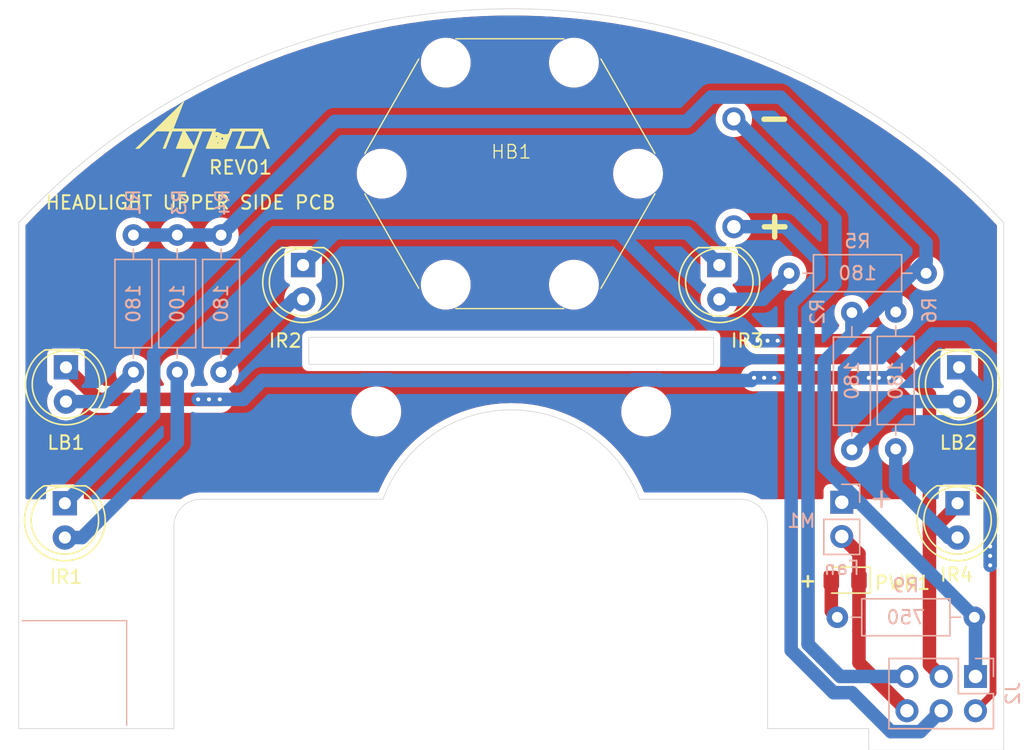
<source format=kicad_pcb>
(kicad_pcb (version 20241229) (generator "pcbnew") (generator_version "9.0")
  (title_block (title "headlight_upper_side") (rev "01"))
  (layers (0 "F.Cu" signal) (2 "B.Cu" signal) (13 "F.Paste" user) (15 "B.Paste" user) (5 "F.SilkS" user "F.Silkscreen") (7 "B.SilkS" user "B.Silkscreen") (1 "F.Mask" user) (3 "B.Mask" user) (25 "Edge.Cuts" user))
  (net 0 "")
  (net 1 "HB_K")
  (net 2 "HB_A")
  (net 3 "GND")
  (net 4 "IR")
  (net 5 "Net-(IR1-A)")
  (net 6 "Net-(IR2-A)")
  (net 7 "Net-(IR3-A)")
  (net 8 "Net-(IR4-A)")
  (net 9 "+5.1V")
  (net 10 "LB")
  (net 11 "Net-(LB1-A)")
  (net 12 "Net-(LB2-A)")
  (net 13 "Net-(PWR1-A)")
  (footprint "LED_THT:LED_D5.0mm" (layer "F.Cu") (at 94.830233 59.299432 -90)
    (property "Reference" "IR4" (at 5.300567 0.080234 180) (layer "F.SilkS"))
    (property "Value" "~")
    (fp_line (start -1.29 -1.545) (end -1.29 1.545) (stroke (width 0.12)) (layer "F.SilkS"))
    (fp_arc (start 4.26 0.000048) (mid 2.071756 2.880501) (end -1.29 1.54483) (stroke (width 0.12)) (layer "F.SilkS"))
    (fp_arc (start -1.29 -1.54483) (mid 2.071756 -2.880501) (end 4.26 -0.000048) (stroke (width 0.12)) (layer "F.SilkS"))
    (fp_circle (center 1.27 0) (end 3.77 0) (stroke (width 0.12)) (fill no) (layer "F.SilkS"))
    (pad "1" thru_hole rect (at 0 0 270) (size 1.8 1.8) (drill 0.9) (layers "*.Cu" "*.Mask") (net 4 "IR"))
    (pad "2" thru_hole circle (at 2.54 0 270) (size 1.8 1.8) (drill 0.9) (layers "*.Cu" "*.Mask") (net 8 "Net-(IR4-A)"))
  )
  (footprint "MountingHole:MountingHole_3.2mm_M3" (layer "F.Cu") (at 71.749999 52.499999)
    (property "Reference" "H3" (hide yes))
    (property "Value" "MountingHole")
    (pad "" np_thru_hole circle (at 0 0) (size 3.2 3.2) (drill 3.2) (layers "*.Cu" "*.Mask"))
  )
  (footprint "LED_THT:LED_D5.0mm" (layer "F.Cu") (at 28.749999 49.224999 -90)
    (property "Reference" "LB1" (at 5.584398 0 180) (layer "F.SilkS"))
    (property "Value" "~")
    (fp_line (start -1.29 -1.545) (end -1.29 1.545) (stroke (width 0.12)) (layer "F.SilkS"))
    (fp_arc (start 4.26 0.000048) (mid 2.071756 2.880501) (end -1.29 1.54483) (stroke (width 0.12)) (layer "F.SilkS"))
    (fp_arc (start -1.29 -1.54483) (mid 2.071756 -2.880501) (end 4.26 -0.000048) (stroke (width 0.12)) (layer "F.SilkS"))
    (fp_circle (center 1.27 0) (end 3.77 0) (stroke (width 0.12)) (fill no) (layer "F.SilkS"))
    (pad "1" thru_hole rect (at 0 0 270) (size 1.8 1.8) (drill 0.9) (layers "*.Cu" "*.Mask") (net 10 "LB"))
    (pad "2" thru_hole circle (at 2.54 0 270) (size 1.8 1.8) (drill 0.9) (layers "*.Cu" "*.Mask") (net 11 "Net-(LB1-A)"))
  )
  (footprint "LED_THT:LED_D5.0mm" (layer "F.Cu") (at 28.669765 59.299432 -90)
    (property "Reference" "IR1" (at 5.450567 -0.080234 180) (layer "F.SilkS"))
    (property "Value" "~")
    (fp_line (start -1.29 -1.545) (end -1.29 1.545) (stroke (width 0.12)) (layer "F.SilkS"))
    (fp_arc (start 4.26 0.000048) (mid 2.071756 2.880501) (end -1.29 1.54483) (stroke (width 0.12)) (layer "F.SilkS"))
    (fp_arc (start -1.29 -1.54483) (mid 2.071756 -2.880501) (end 4.26 -0.000048) (stroke (width 0.12)) (layer "F.SilkS"))
    (fp_circle (center 1.27 0) (end 3.77 0) (stroke (width 0.12)) (fill no) (layer "F.SilkS"))
    (pad "1" thru_hole rect (at 0 0 270) (size 1.8 1.8) (drill 0.9) (layers "*.Cu" "*.Mask") (net 4 "IR"))
    (pad "2" thru_hole circle (at 2.54 0 270) (size 1.8 1.8) (drill 0.9) (layers "*.Cu" "*.Mask") (net 5 "Net-(IR1-A)"))
  )
  (footprint "MountingHole:MountingHole_3.2mm_M3" (layer "F.Cu") (at 29.249999 71.999999)
    (property "Reference" "H1" (hide yes))
    (property "Value" "MountingHole")
    (pad "" np_thru_hole circle (at 0 0) (size 3.2 3.2) (drill 3.2) (layers "*.Cu" "*.Mask"))
  )
  (footprint "LED_THT:LED_D5.0mm" (layer "F.Cu") (at 94.949999 49.224999 -90)
    (property "Reference" "LB2" (at 5.584398 0.059398 180) (layer "F.SilkS"))
    (property "Value" "~")
    (fp_line (start -1.29 -1.545) (end -1.29 1.545) (stroke (width 0.12)) (layer "F.SilkS"))
    (fp_arc (start 4.26 0.000048) (mid 2.071756 2.880501) (end -1.29 1.54483) (stroke (width 0.12)) (layer "F.SilkS"))
    (fp_arc (start -1.29 -1.54483) (mid 2.071756 -2.880501) (end 4.26 -0.000048) (stroke (width 0.12)) (layer "F.SilkS"))
    (fp_circle (center 1.27 0) (end 3.77 0) (stroke (width 0.12)) (fill no) (layer "F.SilkS"))
    (pad "1" thru_hole rect (at 0 0 270) (size 1.8 1.8) (drill 0.9) (layers "*.Cu" "*.Mask") (net 10 "LB"))
    (pad "2" thru_hole circle (at 2.54 0 270) (size 1.8 1.8) (drill 0.9) (layers "*.Cu" "*.Mask") (net 12 "Net-(LB2-A)"))
  )
  (footprint "LED_SMD:LED_0805_2012Metric_Pad1.15x1.40mm_HandSolder" (layer "F.Cu") (at 86.499999 64.999999 180)
    (property "Reference" "PWR1" (at -4.25 -0.2 0) (layer "F.SilkS"))
    (property "Value" "BLUE")
    (fp_line (start 1 -0.96) (end -1.86 -0.96) (stroke (width 0.12)) (layer "F.SilkS"))
    (fp_line (start -1.86 0.96) (end 1 0.96) (stroke (width 0.12)) (layer "F.SilkS"))
    (fp_line (start -1.86 -0.96) (end -1.86 0.96) (stroke (width 0.12)) (layer "F.SilkS"))
    (pad "1" smd roundrect (at -1.025 0 180) (size 1.15 1.4) (layers "F.Cu" "F.Mask" "F.Paste") (roundrect_rratio 0.217391) (net 3 "GND"))
    (pad "2" smd roundrect (at 1.025 0 180) (size 1.15 1.4) (layers "F.Cu" "F.Mask" "F.Paste") (roundrect_rratio 0.217391) (net 13 "Net-(PWR1-A)"))
  )
  (footprint "specific_library:aqua_rogo" (layer "F.Cu") (at 38.749999 32.249999)
    (property "Reference" "G***" (hide yes))
    (property "Value" "LOGO" (hide yes))
    (fp_poly (pts (xy -1.227114 -2.768369) (xy -1.236997 -2.74129) (xy -1.253263 -2.69798) (xy -1.27545 -2.639639) (xy -1.303095 -2.567463) (xy -1.335737 -2.482651) (xy -1.372914 -2.3864) (xy -1.414163 -2.27991) (xy -1.459023 -2.164376) (xy -1.507031 -2.040998) (xy -1.557726 -1.910973) (xy -1.610644 -1.7755) (xy -1.618788 -1.754674) (xy -1.67202 -1.618406) (xy -1.723097 -1.48735) (xy -1.771555 -1.362708) (xy -1.816932 -1.245684) (xy -1.858767 -1.137482) (xy -1.896595 -1.039304) (xy -1.929955 -0.952354) (xy -1.958383 -0.877835) (xy -1.981419 -0.816951) (xy -1.998598 -0.770904) (xy -2.009458 -0.740898) (xy -2.013537 -0.728136) (xy -2.013537 -0.727787) (xy -2.003268 -0.72695) (xy -1.97406 -0.72614) (xy -1.926982 -0.725361) (xy -1.863105 -0.724618) (xy -1.783496 -0.723916) (xy -1.689226 -0.723261) (xy -1.581364 -0.722658) (xy -1.460978 -0.722111) (xy -1.329139 -0.721626) (xy -1.186915 -0.721207) (xy -1.035376 -0.72086) (xy -0.87559 -0.72059) (xy -0.708628 -0.720402) (xy -0.535558 -0.720301) (xy -0.42958 -0.720284) (xy -0.25344 -0.720235) (xy -0.082813 -0.72009) (xy 0.081237 -0.719856) (xy 0.237643 -0.719537) (xy 0.38534 -0.719139) (xy 0.523263 -0.718668) (xy 0.650345 -0.718128) (xy 0.765521 -0.717525) (xy 0.867724 -0.716864) (xy 0.955891 -0.716151) (xy 1.028954 -0.715391) (xy 1.085847 -0.714589) (xy 1.125506 -0.713751) (xy 1.146865 -0.712883) (xy 1.150452 -0.712347) (xy 1.146915 -0.70047) (xy 1.13728 -0.673981) (xy 1.123017 -0.636789) (xy 1.105592 -0.592806) (xy 1.105435 -0.592414) (xy 1.087994 -0.548426) (xy 1.0737 -0.511235) (xy 1.064019 -0.484738) (xy 1.060417 -0.472832) (xy 1.060417 -0.472801) (xy 1.069723 -0.469606) (xy 1.094852 -0.466995) (xy 1.131622 -0.465293) (xy 1.162957 -0.464815) (xy 1.265498 -0.464446) (xy 1.390547 -0.402559) (xy 1.478714 -0.361764) (xy 1.556764 -0.332553) (xy 1.629934 -0.313683) (xy 1.703463 -0.303912) (xy 1.782589 -0.301996) (xy 1.810712 -0.302871) (xy 1.890188 -0.308697) (xy 1.951473 -0.318774) (xy 1.980779 -0.327183) (xy 2.035801 -0.346625) (xy 2.109977 -0.533454) (xy 2.184154 -0.720284) (xy 3.404057 -0.720284) (xy 3.585813 -0.720274) (xy 3.748597 -0.720232) (xy 3.893442 -0.720144) (xy 4.021385 -0.719994) (xy 4.133459 -0.719769) (xy 4.2307 -0.719453) (xy 4.314144 -0.719031) (xy 4.384823 -0.718488) (xy 4.443775 -0.71781) (xy 4.492034 -0.71698) (xy 4.530634 -0.715985) (xy 4.56061 -0.71481) (xy 4.582998 -0.713438) (xy 4.598833 -0.711857) (xy 4.609149 -0.71005) (xy 4.614981 -0.708003) (xy 4.617365 -0.7057) (xy 4.617335 -0.703127) (xy 4.61721 -0.702777) (xy 4.61046 -0.68193) (xy 4.602257 -0.652385) (xy 4.600435 -0.645255) (xy 4.598772 -0.63706) (xy 4.59817 -0.627839) (xy 4.599103 -0.616256) (xy 4.602048 -0.60098) (xy 4.607478 -0.580678) (xy 4.615869 -0.554018) (xy 4.627695 -0.519665) (xy 4.643433 -0.476288) (xy 4.663556 -0.422554) (xy 4.68854 -0.35713) (xy 4.71886 -0.278683) (xy 4.754991 -0.18588) (xy 4.797407 -0.077389) (xy 4.846584 0.048123) (xy 4.857132 0.075029) (xy 4.900705 0.186153) (xy 4.942207 0.291977) (xy 4.981049 0.391004) (xy 5.016646 0.48174) (xy 5.048409 0.562688) (xy 5.075753 0.632351) (xy 5.098089 0.689235) (xy 5.114831 0.731843) (xy 5.125391 0.758679) (xy 5.129133 0.76813) (xy 5.127369 0.773688) (xy 5.114843 0.777153) (xy 5.088951 0.778758) (xy 5.047089 0.778734) (xy 5.01723 0.778133) (xy 4.900047 0.775305) (xy 4.688404 0.232625) (xy 4.649826 0.133936) (xy 4.613334 0.041029) (xy 4.579582 -0.04446) (xy 4.549226 -0.120893) (xy 4.52292 -0.186632) (xy 4.501319 -0.240041) (xy 4.485077 -0.279482) (xy 4.474849 -0.303319) (xy 4.471361 -0.310089) (xy 4.466839 -0.301044) (xy 4.45574 -0.274995) (xy 4.438725 -0.233593) (xy 4.416454 -0.178487) (xy 4.389588 -0.111326) (xy 4.358788 -0.033761) (xy 4.324713 0.052558) (xy 4.288024 0.145983) (xy 4.257487 0.224084) (xy 4.219091 0.322364) (xy 4.182748 0.415174) (xy 4.149129 0.500821) (xy 4.118901 0.577609) (xy 4.092735 0.643844) (xy 4.071299 0.697831) (xy 4.055263 0.737875) (xy 4.045296 0.762282) (xy 4.042171 0.769363) (xy 4.034229 0.771618) (xy 4.012901 0.773536) (xy 3.977441 0.775126) (xy 3.927101 0.776397) (xy 3.861134 0.777357) (xy 3.778791 0.778014) (xy 3.679325 0.778377) (xy 3.561989 0.778455) (xy 3.426035 0.778255) (xy 3.294142 0.77787) (xy 2.552956 0.775305) (xy 2.639559 0.553507) (xy 2.873762 0.553507) (xy 2.875704 0.556989) (xy 2.881677 0.559832) (xy 2.893277 0.562082) (xy 2.912097 0.563787) (xy 2.939731 0.564994) (xy 2.977772 0.565751) (xy 3.027815 0.566105) (xy 3.091453 0.566102) (xy 3.170281 0.565791) (xy 3.265892 0.565219) (xy 3.379881 0.564432) (xy 3.382685 0.564412) (xy 3.896008 0.560765) (xy 3.915259 0.507972) (xy 3.926013 0.479261) (xy 3.94345 0.433704) (xy 3.966887 0.373053) (xy 3.995637 0.299063) (xy 4.029017 0.21349) (xy 4.066341 0.118086) (xy 4.106925 0.014607) (xy 4.150083 -0.095193) (xy 4.195133 -0.209559) (xy 4.211078 -0.249983) (xy 4.237428 -0.316848) (xy 4.261199 -0.377348) (xy 4.281452 -0.429073) (xy 4.297244 -0.46961) (xy 4.307632 -0.496549) (xy 4.311676 -0.507477) (xy 4.311697 -0.507584) (xy 4.302005 -0.50809) (xy 4.274174 -0.508564) (xy 4.230076 -0.508996) (xy 4.171579 -0.509377) (xy 4.100555 -0.509697) (xy 4.018871 -0.509946) (xy 3.9284 -0.510116) (xy 3.831009 -0.510196) (xy 3.798459 -0.510201) (xy 3.285222 -0.510201) (xy 3.082188 0.010208) (xy 3.044293 0.107447) (xy 3.008525 0.199437) (xy 2.975558 0.284429) (xy 2.946068 0.360674) (xy 2.920729 0.42642) (xy 2.900216 0.479919) (xy 2.885205 0.519421) (xy 2.876369 0.543175) (xy 2.874258 0.549338) (xy 2.873762 0.553507) (xy 2.639559 0.553507) (xy 2.79709 0.150058) (xy 2.838713 0.043414) (xy 2.878266 -0.058009) (xy 2.915132 -0.15263) (xy 2.9487 -0.238868) (xy 2.978353 -0.315143) (xy 3.003479 -0.379876) (xy 3.023463 -0.431486) (xy 3.037691 -0.468393) (xy 3.045549 -0.489017) (xy 3.046886 -0.492695) (xy 3.04737 -0.497288) (xy 3.044293 -0.501002) (xy 3.035773 -0.503929) (xy 3.019931 -0.506162) (xy 2.994887 -0.507795) (xy 2.958761 -0.508919) (xy 2.909671 -0.509629) (xy 2.845739 -0.510017) (xy 2.765084 -0.510176) (xy 2.692803 -0.510201) (xy 2.593594 -0.510048) (xy 2.512827 -0.509553) (xy 2.448938 -0.508662) (xy 2.400364 -0.507322) (xy 2.365541 -0.505479) (xy 2.342905 -0.503079) (xy 2.330893 -0.500069) (xy 2.328015 -0.497697) (xy 2.321575 -0.481437) (xy 2.308661 -0.448587) (xy 2.290048 -0.401128) (xy 2.266508 -0.34104) (xy 2.238818 -0.270304) (xy 2.207749 -0.1909) (xy 2.174078 -0.10481) (xy 2.138577 -0.014015) (xy 2.10202 0.079506) (xy 2.065183 0.17377) (xy 2.028839 0.266798) (xy 1.993761 0.356608) (xy 1.960725 0.441221) (xy 1.930504 0.518654) (xy 1.903872 0.586927) (xy 1.881604 0.64406) (xy 1.864473 0.688071) (xy 1.853254 0.716981) (xy 1.849099 0.727786) (xy 1.829283 0.780307) (xy 1.083638 0.780307) (xy 0.938787 0.780245) (xy 0.81282 0.780048) (xy 0.704613 0.779696) (xy 0.613042 0.779171) (xy 0.536982 0.778454) (xy 0.47531 0.777524) (xy 0.426901 0.776365) (xy 0.390633 0.774955) (xy 0.36538 0.773278) (xy 0.350019 0.771313) (xy 0.343426 0.769041) (xy 0.343059 0.767802) (xy 0.347261 0.757109) (xy 0.358012 0.729652) (xy 0.374582 0.687301) (xy 0.396239 0.631926) (xy 0.422253 0.5654) (xy 0.451891 0.489593) (xy 0.484422 0.406376) (xy 0.512728 0.333961) (xy 1.22048 0.333961) (xy 1.224755 0.358625) (xy 1.240167 0.368393) (xy 1.260121 0.368103) (xy 1.278972 0.361612) (xy 1.287197 0.343968) (xy 1.288543 0.333937) (xy 1.287523 0.310074) (xy 1.27649 0.299018) (xy 1.272457 0.297731) (xy 1.245092 0.298592) (xy 1.225963 0.313943) (xy 1.22048 0.333961) (xy 0.512728 0.333961) (xy 0.519116 0.317619) (xy 0.555241 0.225195) (xy 0.592065 0.130974) (xy 0.628011 0.038998) (xy 1.511462 0.038998) (xy 1.52626 0.069197) (xy 1.536953 0.079305) (xy 1.572292 0.097448) (xy 1.606676 0.095633) (xy 1.631534 0.08132) (xy 1.649788 0.057224) (xy 1.654651 0.026155) (xy 1.648289 -0.01022) (xy 1.627785 -0.033574) (xy 1.593656 -0.045913) (xy 1.567766 -0.047203) (xy 1.546576 -0.03611) (xy 1.536267 -0.026583) (xy 1.514789 0.005753) (xy 1.511462 0.038998) (xy 0.628011 0.038998) (xy 0.628859 0.036828) (xy 0.664889 -0.055374) (xy 0.696327 -0.13583) (xy 1.110437 -0.13583) (xy 1.118198 -0.10807) (xy 1.14039 -0.093536) (xy 1.165409 -0.092086) (xy 1.184749 -0.095783) (xy 1.193318 -0.105855) (xy 1.195439 -0.128481) (xy 1.19547 -0.135054) (xy 1.194027 -0.161037) (xy 1.187013 -0.173264) (xy 1.170405 -0.177923) (xy 1.167354 -0.178293) (xy 1.135549 -0.174825) (xy 1.115649 -0.157585) (xy 1.110437 -0.13583) (xy 0.696327 -0.13583) (xy 0.699426 -0.14376) (xy 0.731738 -0.226458) (xy 0.761093 -0.301598) (xy 0.786761 -0.367309) (xy 0.808009 -0.42172) (xy 0.824108 -0.462959) (xy 0.834325 -0.489156) (xy 0.837695 -0.497822) (xy 0.83532 -0.50121) (xy 0.824231 -0.503898) (xy 0.802826 -0.505932) (xy 0.769501 -0.507357) (xy 0.722652 -0.508217) (xy 0.660678 -0.508558) (xy 0.581973 -0.508423) (xy 0.484937 -0.507859) (xy 0.480364 -0.507826) (xy 0.11816 -0.505199) (xy -0.542813 1.187967) (xy -1.203786 2.881134) (xy -1.239644 2.879299) (xy -1.267638 2.877635) (xy -1.307243 2.874998) (xy -1.350119 2.871945) (xy -1.352132 2.871796) (xy -1.428761 2.866128) (xy -1.024518 1.83072) (xy -0.970906 1.693336) (xy -0.919376 1.561159) (xy -0.870391 1.435386) (xy -0.824414 1.317209) (xy -0.781909 1.207825) (xy -0.743338 1.108427) (xy -0.709165 1.02021) (xy -0.679852 0.944369) (xy -0.655862 0.882098) (xy -0.63766 0.834592) (xy -0.625707 0.803045) (xy -0.620467 0.788653) (xy -0.62026 0.787885) (xy -0.629979 0.786539) (xy -0.65801 0.785191) (xy -0.702658 0.783868) (xy -0.762228 0.782596) (xy -0.835024 0.781404) (xy -0.919351 0.780317) (xy -1.013514 0.779364) (xy -1.115817 0.778572) (xy -1.224565 0.777967) (xy -1.244534 0.777881) (xy -1.868823 0.775305) (xy -1.624622 0.150058) (xy -1.582988 0.043416) (xy -1.543428 -0.058005) (xy -1.506555 -0.152624) (xy -1.472984 -0.238861) (xy -1.443328 -0.315136) (xy -1.418201 -0.379869) (xy -1.398218 -0.431479) (xy -1.383994 -0.468388) (xy -1.376141 -0.489015) (xy -1.374806 -0.492695) (xy -1.374514 -0.495549) (xy -1.136594 -0.495549) (xy -1.13598 -0.492976) (xy -1.129815 -0.481324) (xy -1.114472 -0.454033) (xy -1.090887 -0.412728) (xy -1.059999 -0.359031) (xy -1.022746 -0.294567) (xy -0.980064 -0.220959) (xy -0.932892 -0.139831) (xy -0.882167 -0.052806) (xy -0.848572 0.00472) (xy -0.78388 0.115413) (xy -0.728546 0.210077) (xy -0.681832 0.289955) (xy -0.642996 0.35629) (xy -0.611299 0.410326) (xy -0.586002 0.453305) (xy -0.566365 0.486472) (xy -0.551647 0.511069) (xy -0.54111 0.528339) (xy -0.534013 0.539527) (xy -0.529617 0.545874) (xy -0.527181 0.548625) (xy -0.525967 0.549023) (xy -0.525235 0.548311) (xy -0.525173 0.548241) (xy -0.521113 0.538612) (xy -0.510481 0.512093) (xy -0.493969 0.470436) (xy -0.472266 0.415396) (xy -0.446062 0.348727) (xy -0.416046 0.272181) (xy -0.38291 0.187512) (xy -0.347341 0.096475) (xy -0.335067 0.065025) (xy -0.298171 -0.029535) (xy -0.262956 -0.11977) (xy -0.230195 -0.203705) (xy -0.200657 -0.279366) (xy -0.175115 -0.344777) (xy -0.15434 -0.397963) (xy -0.139102 -0.436949) (xy -0.130173 -0.45976) (xy -0.129026 -0.462683) (xy -0.110336 -0.510201) (xy -0.626463 -0.510201) (xy -0.741394 -0.510169) (xy -0.837892 -0.510036) (xy -0.91753 -0.50975) (xy -0.981883 -0.509257) (xy -1.032525 -0.508505) (xy -1.07103 -0.507439) (xy -1.098972 -0.506006) (xy -1.117925 -0.504155) (xy -1.129464 -0.50183) (xy -1.135162 -0.498979) (xy -1.136594 -0.495549) (xy -1.374514 -0.495549) (xy -1.374341 -0.497239) (xy -1.377396 -0.50092) (xy -1.38583 -0.503827) (xy -1.401503 -0.506048) (xy -1.426275 -0.507671) (xy -1.462003 -0.508785) (xy -1.510549 -0.509478) (xy -1.573772 -0.509838) (xy -1.65353 -0.509954) (xy -1.737511 -0.509925) (xy -2.10583 -0.509648) (xy -2.355974 0.132828) (xy -2.606118 0.775305) (xy -2.718616 0.778133) (xy -2.770442 0.778583) (xy -2.80751 0.777075) (xy -2.827813 0.773736) (xy -2.831115 0.771004) (xy -2.827563 0.760213) (xy -2.817309 0.732358) (xy -2.800952 0.689003) (xy -2.779095 0.631712) (xy -2.752339 0.562048) (xy -2.721285 0.481576) (xy -2.686535 0.391858) (xy -2.648689 0.294458) (xy -2.608349 0.190941) (xy -2.589601 0.14293) (xy -2.548208 0.036912) (xy -2.508915 -0.063881) (xy -2.472337 -0.15786) (xy -2.439091 -0.243435) (xy -2.409791 -0.319017) (xy -2.385054 -0.383016) (xy -2.365496 -0.433844) (xy -2.351733 -0.46991) (xy -2.34438 -0.489625) (xy -2.343338 -0.492695) (xy -2.34316 -0.496828) (xy -2.346196 -0.500256) (xy -2.354129 -0.503044) (xy -2.368644 -0.505259) (xy -2.391424 -0.506965) (xy -2.424154 -0.508228) (xy -2.468518 -0.509115) (xy -2.5262 -0.50969) (xy -2.598884 -0.510019) (xy -2.688255 -0.510167) (xy -2.792739 -0.510201) (xy -3.24689 -0.510201) (xy -3.906844 0.134551) (xy -4.566799 0.779303) (xy -4.721804 0.779805) (xy -4.876809 0.780307) (xy -4.766822 0.671338) (xy -4.729775 0.634756) (xy -4.680829 0.586616) (xy -4.620724 0.527641) (xy -4.550201 0.45855) (xy -4.47 0.380067) (xy -4.380863 0.292912) (xy -4.28353 0.197805) (xy -4.178741 0.095469) (xy -4.067239 -0.013376) (xy -3.949762 -0.128007) (xy -3.827053 -0.247705) (xy -3.699851 -0.371748) (xy -3.568898 -0.499414) (xy -3.434934 -0.629983) (xy -3.298701 -0.762732) (xy -3.160938 -0.896942) (xy -3.022387 -1.03189) (xy -2.883788 -1.166856) (xy -2.745882 -1.301118) (xy -2.60941 -1.433955) (xy -2.475112 -1.564646) (xy -2.34373 -1.692469) (xy -2.216004 -1.816704) (xy -2.092674 -1.936629) (xy -1.974482 -2.051522) (xy -1.862169 -2.160664) (xy -1.756474 -2.263331) (xy -1.65814 -2.358805) (xy -1.567906 -2.446362) (xy -1.486513 -2.525282) (xy -1.414702 -2.594843) (xy -1.353214 -2.654325) (xy -1.302789 -2.703006) (xy -1.264169 -2.740165) (xy -1.238094 -2.76508) (xy -1.225305 -2.777031) (xy -1.224076 -2.778021)) (fill yes) (layer "F.SilkS"))
  )
  (footprint "LED_THT:LED_D5.0mm" (layer "F.Cu") (at 77.175566 41.644765 -90)
    (property "Reference" "IR3" (at 5.605234 -2.074433 180) (layer "F.SilkS"))
    (property "Value" "~")
    (fp_line (start -1.29 -1.545) (end -1.29 1.545) (stroke (width 0.12)) (layer "F.SilkS"))
    (fp_arc (start 4.26 0.000048) (mid 2.071756 2.880501) (end -1.29 1.54483) (stroke (width 0.12)) (layer "F.SilkS"))
    (fp_arc (start -1.29 -1.54483) (mid 2.071756 -2.880501) (end 4.26 -0.000048) (stroke (width 0.12)) (layer "F.SilkS"))
    (fp_circle (center 1.27 0) (end 3.77 0) (stroke (width 0.12)) (fill no) (layer "F.SilkS"))
    (pad "1" thru_hole rect (at 0 0 270) (size 1.8 1.8) (drill 0.9) (layers "*.Cu" "*.Mask") (net 4 "IR"))
    (pad "2" thru_hole circle (at 2.54 0 270) (size 1.8 1.8) (drill 0.9) (layers "*.Cu" "*.Mask") (net 7 "Net-(IR3-A)"))
  )
  (footprint "specific_library:power led" (layer "F.Cu") (at 61.749999 34.807758 -90)
    (property "Reference" "HB1" (at -1.557759 0 0) (layer "F.SilkS") (effects (font (thickness 0.1))))
    (property "Value" "high-power-led")
    (fp_line (start -1.435 10.85) (end -8.435 6.85) (stroke (width 0.1)) (layer "F.SilkS"))
    (fp_line (start 8.565 6.85) (end 1.565 10.85) (stroke (width 0.1)) (layer "F.SilkS"))
    (fp_line (start -9.935 4.1) (end -9.935 -3.9) (stroke (width 0.1)) (layer "F.SilkS"))
    (fp_line (start 10.065 -3.9) (end 10.065 4.1) (stroke (width 0.1)) (layer "F.SilkS"))
    (fp_line (start -8.435 -6.65) (end -1.435 -10.65) (stroke (width 0.1)) (layer "F.SilkS"))
    (fp_line (start 1.565 -10.65) (end 8.565 -6.65) (stroke (width 0.1)) (layer "F.SilkS"))
    (fp_text user "-" (at -5 -21 180) (layer "F.SilkS") (effects (font (size 2 2) (thickness 0.4) (bold yes)) (justify left bottom)))
    (fp_text user "+" (at 2.5 -18.5 270) (layer "F.SilkS") (effects (font (size 2 2) (thickness 0.4) (bold yes)) (justify left bottom)))
    (pad "" np_thru_hole circle (at -8.162241 -4.65 180) (size 3.2 3.2) (drill 3.2) (layers "*.Cu" "*.Mask"))
    (pad "" np_thru_hole circle (at -8.162241 4.85 180) (size 3.2 3.2) (drill 3.2) (layers "*.Cu" "*.Mask"))
    (pad "" np_thru_hole circle (at 0.065 -9.4 180) (size 3.2 3.2) (drill 3.2) (layers "*.Cu" "*.Mask"))
    (pad "" np_thru_hole circle (at 0.065 9.6 180) (size 3.2 3.2) (drill 3.2) (layers "*.Cu" "*.Mask"))
    (pad "" np_thru_hole circle (at 8.292241 -4.65 180) (size 3.2 3.2) (drill 3.2) (layers "*.Cu" "*.Mask"))
    (pad "" np_thru_hole circle (at 8.292241 4.85 180) (size 3.2 3.2) (drill 3.2) (layers "*.Cu" "*.Mask"))
    (pad "1" thru_hole circle (at -4 -16.5 270) (size 1.7 1.7) (drill 1) (layers "*.Cu" "*.Mask") (net 1 "HB_K"))
    (pad "2" thru_hole circle (at 4 -16.5 270) (size 1.7 1.7) (drill 1) (layers "*.Cu" "*.Mask") (net 2 "HB_A"))
  )
  (footprint "LED_THT:LED_D5.0mm" (layer "F.Cu") (at 46.324432 41.644765 -90)
    (property "Reference" "IR2" (at 5.605234 1.324433 180) (layer "F.SilkS"))
    (property "Value" "~")
    (fp_line (start -1.29 -1.545) (end -1.29 1.545) (stroke (width 0.12)) (layer "F.SilkS"))
    (fp_arc (start 4.26 0.000048) (mid 2.071756 2.880501) (end -1.29 1.54483) (stroke (width 0.12)) (layer "F.SilkS"))
    (fp_arc (start -1.29 -1.54483) (mid 2.071756 -2.880501) (end 4.26 -0.000048) (stroke (width 0.12)) (layer "F.SilkS"))
    (fp_circle (center 1.27 0) (end 3.77 0) (stroke (width 0.12)) (fill no) (layer "F.SilkS"))
    (pad "1" thru_hole rect (at 0 0 270) (size 1.8 1.8) (drill 0.9) (layers "*.Cu" "*.Mask") (net 4 "IR"))
    (pad "2" thru_hole circle (at 2.54 0 270) (size 1.8 1.8) (drill 0.9) (layers "*.Cu" "*.Mask") (net 6 "Net-(IR2-A)"))
  )
  (footprint "MountingHole:MountingHole_3.2mm_M3" (layer "F.Cu") (at 51.749999 52.499999)
    (property "Reference" "H2" (hide yes))
    (property "Value" "MountingHole")
    (pad "" np_thru_hole circle (at 0 0) (size 3.2 3.2) (drill 3.2) (layers "*.Cu" "*.Mask"))
  )
  (footprint "Resistor_THT:R_Axial_DIN0207_L6.3mm_D2.5mm_P10.16mm_Horizontal" (layer "B.Cu") (at 90.249999 45.119999 -90)
    (property "Reference" "R6" (at -0.12 -2.5 90) (layer "B.SilkS") (effects (justify mirror)))
    (property "Value" "180" (at 5.08 0 90) (layer "B.SilkS") (effects (justify mirror)))
    (fp_line (start 1.81 1.37) (end 1.81 -1.37) (stroke (width 0.12)) (layer "B.SilkS"))
    (fp_line (start 8.35 1.37) (end 1.81 1.37) (stroke (width 0.12)) (layer "B.SilkS"))
    (fp_line (start 1.04 0) (end 1.81 0) (stroke (width 0.12)) (layer "B.SilkS"))
    (fp_line (start 9.12 0) (end 8.35 0) (stroke (width 0.12)) (layer "B.SilkS"))
    (fp_line (start 1.81 -1.37) (end 8.35 -1.37) (stroke (width 0.12)) (layer "B.SilkS"))
    (fp_line (start 8.35 -1.37) (end 8.35 1.37) (stroke (width 0.12)) (layer "B.SilkS"))
    (pad "1" thru_hole circle (at 0 0 270) (size 1.6 1.6) (drill 0.8) (layers "*.Cu" "*.Mask") (net 9 "+5.1V"))
    (pad "2" thru_hole oval (at 10.16 0 270) (size 1.6 1.6) (drill 0.8) (layers "*.Cu" "*.Mask") (net 8 "Net-(IR4-A)"))
  )
  (footprint "Resistor_THT:R_Axial_DIN0207_L6.3mm_D2.5mm_P10.16mm_Horizontal" (layer "B.Cu") (at 96.079999 67.749999 180)
    (property "Reference" "R9" (at 5.08 2.37 0) (layer "B.SilkS") (effects (justify mirror)))
    (property "Value" "750" (at 5.08 0 0) (layer "B.SilkS") (effects (justify mirror)))
    (fp_line (start 9.12 0) (end 8.35 0) (stroke (width 0.12)) (layer "B.SilkS"))
    (fp_line (start 8.35 1.37) (end 1.81 1.37) (stroke (width 0.12)) (layer "B.SilkS"))
    (fp_line (start 8.35 -1.37) (end 8.35 1.37) (stroke (width 0.12)) (layer "B.SilkS"))
    (fp_line (start 1.81 1.37) (end 1.81 -1.37) (stroke (width 0.12)) (layer "B.SilkS"))
    (fp_line (start 1.81 -1.37) (end 8.35 -1.37) (stroke (width 0.12)) (layer "B.SilkS"))
    (fp_line (start 1.04 0) (end 1.81 0) (stroke (width 0.12)) (layer "B.SilkS"))
    (pad "1" thru_hole circle (at 0 0 180) (size 1.6 1.6) (drill 0.8) (layers "*.Cu" "*.Mask") (net 9 "+5.1V"))
    (pad "2" thru_hole oval (at 10.16 0 180) (size 1.6 1.6) (drill 0.8) (layers "*.Cu" "*.Mask") (net 13 "Net-(PWR1-A)"))
  )
  (footprint "Resistor_THT:R_Axial_DIN0207_L6.3mm_D2.5mm_P10.16mm_Horizontal" (layer "B.Cu") (at 33.749999 39.419999 -90)
    (property "Reference" "R1" (at -2.42 0 90) (layer "B.SilkS") (effects (justify mirror)))
    (property "Value" "180" (at 5.08 0 90) (layer "B.SilkS") (effects (justify mirror)))
    (fp_line (start 1.81 1.37) (end 1.81 -1.37) (stroke (width 0.12)) (layer "B.SilkS"))
    (fp_line (start 8.35 1.37) (end 1.81 1.37) (stroke (width 0.12)) (layer "B.SilkS"))
    (fp_line (start 1.04 0) (end 1.81 0) (stroke (width 0.12)) (layer "B.SilkS"))
    (fp_line (start 9.12 0) (end 8.35 0) (stroke (width 0.12)) (layer "B.SilkS"))
    (fp_line (start 1.81 -1.37) (end 8.35 -1.37) (stroke (width 0.12)) (layer "B.SilkS"))
    (fp_line (start 8.35 -1.37) (end 8.35 1.37) (stroke (width 0.12)) (layer "B.SilkS"))
    (pad "1" thru_hole circle (at 0 0 270) (size 1.6 1.6) (drill 0.8) (layers "*.Cu" "*.Mask") (net 9 "+5.1V"))
    (pad "2" thru_hole oval (at 10.16 0 270) (size 1.6 1.6) (drill 0.8) (layers "*.Cu" "*.Mask") (net 11 "Net-(LB1-A)"))
  )
  (footprint "Connector_PinSocket_2.54mm:PinSocket_2x03_P2.54mm_Vertical" (layer "B.Cu") (at 96.16 72.137142 90)
    (property "Reference" "J2" (at -1.27 2.77 90) (layer "B.SilkS") (effects (justify mirror)))
    (property "Value" "Conn_02x03_Odd_Even" (hide yes))
    (fp_line (start -3.87 -6.41) (end 1.33 -6.41) (stroke (width 0.12)) (layer "B.SilkS"))
    (fp_line (start 1.33 -1.27) (end 1.33 -6.41) (stroke (width 0.12)) (layer "B.SilkS"))
    (fp_line (start -1.27 -1.27) (end 1.33 -1.27) (stroke (width 0.12)) (layer "B.SilkS"))
    (fp_line (start 1.33 1.33) (end 1.33 0) (stroke (width 0.12)) (layer "B.SilkS"))
    (fp_line (start 0 1.33) (end 1.33 1.33) (stroke (width 0.12)) (layer "B.SilkS"))
    (fp_line (start -1.27 1.33) (end -1.27 -1.27) (stroke (width 0.12)) (layer "B.SilkS"))
    (fp_line (start -3.87 1.33) (end -3.87 -6.41) (stroke (width 0.12)) (layer "B.SilkS"))
    (fp_line (start -3.87 1.33) (end -1.27 1.33) (stroke (width 0.12)) (layer "B.SilkS"))
    (pad "1" thru_hole rect (at 0 0 90) (size 1.7 1.7) (drill 1) (layers "*.Cu" "*.Mask") (net 9 "+5.1V"))
    (pad "2" thru_hole oval (at -2.54 0 90) (size 1.7 1.7) (drill 1) (layers "*.Cu" "*.Mask") (net 10 "LB"))
    (pad "3" thru_hole oval (at 0 -2.54 90) (size 1.7 1.7) (drill 1) (layers "*.Cu" "*.Mask") (net 4 "IR"))
    (pad "4" thru_hole oval (at -2.54 -2.54 90) (size 1.7 1.7) (drill 1) (layers "*.Cu" "*.Mask") (net 2 "HB_A"))
    (pad "5" thru_hole oval (at 0 -5.08 90) (size 1.7 1.7) (drill 1) (layers "*.Cu" "*.Mask") (net 1 "HB_K"))
    (pad "6" thru_hole oval (at -2.54 -5.08 90) (size 1.7 1.7) (drill 1) (layers "*.Cu" "*.Mask") (net 3 "GND"))
  )
  (footprint "Resistor_THT:R_Axial_DIN0207_L6.3mm_D2.5mm_P10.16mm_Horizontal" (layer "B.Cu") (at 40.249999 39.419999 -90)
    (property "Reference" "R4" (at -2.42 -0.1 90) (layer "B.SilkS") (effects (justify mirror)))
    (property "Value" "180" (at 5.08 0 90) (layer "B.SilkS") (effects (justify mirror)))
    (fp_line (start 1.81 1.37) (end 1.81 -1.37) (stroke (width 0.12)) (layer "B.SilkS"))
    (fp_line (start 8.35 1.37) (end 1.81 1.37) (stroke (width 0.12)) (layer "B.SilkS"))
    (fp_line (start 1.04 0) (end 1.81 0) (stroke (width 0.12)) (layer "B.SilkS"))
    (fp_line (start 9.12 0) (end 8.35 0) (stroke (width 0.12)) (layer "B.SilkS"))
    (fp_line (start 1.81 -1.37) (end 8.35 -1.37) (stroke (width 0.12)) (layer "B.SilkS"))
    (fp_line (start 8.35 -1.37) (end 8.35 1.37) (stroke (width 0.12)) (layer "B.SilkS"))
    (pad "1" thru_hole circle (at 0 0 270) (size 1.6 1.6) (drill 0.8) (layers "*.Cu" "*.Mask") (net 9 "+5.1V"))
    (pad "2" thru_hole oval (at 10.16 0 270) (size 1.6 1.6) (drill 0.8) (layers "*.Cu" "*.Mask") (net 6 "Net-(IR2-A)"))
  )
  (footprint "Connector_PinHeader_2.54mm:PinHeader_1x02_P2.54mm_Vertical" (layer "B.Cu") (at 86.249999 59.224999 180)
    (property "Reference" "M1" (at 3 -1.375 0) (layer "B.SilkS") (effects (justify mirror)))
    (property "Value" "Fan" (at 0 -4.87 0) (layer "B.SilkS") (effects (justify mirror)))
    (fp_line (start 1.33 -1.27) (end 1.33 -3.87) (stroke (width 0.12)) (layer "B.SilkS"))
    (fp_line (start -1.33 1.33) (end 0 1.33) (stroke (width 0.12)) (layer "B.SilkS"))
    (fp_line (start -1.33 0) (end -1.33 1.33) (stroke (width 0.12)) (layer "B.SilkS"))
    (fp_line (start -1.33 -1.27) (end 1.33 -1.27) (stroke (width 0.12)) (layer "B.SilkS"))
    (fp_line (start -1.33 -1.27) (end -1.33 -3.87) (stroke (width 0.12)) (layer "B.SilkS"))
    (fp_line (start -1.33 -3.87) (end 1.33 -3.87) (stroke (width 0.12)) (layer "B.SilkS"))
    (pad "1" thru_hole rect (at 0 0 180) (size 1.7 1.7) (drill 1) (layers "*.Cu" "*.Mask") (net 9 "+5.1V"))
    (pad "2" thru_hole oval (at 0 -2.54 180) (size 1.7 1.7) (drill 1) (layers "*.Cu" "*.Mask") (net 3 "GND"))
  )
  (footprint "Resistor_THT:R_Axial_DIN0207_L6.3mm_D2.5mm_P10.16mm_Horizontal" (layer "B.Cu") (at 92.499999 42.249999 180)
    (property "Reference" "R5" (at 5.08 2.37 0) (layer "B.SilkS") (effects (justify mirror)))
    (property "Value" "180" (at 5.08 0 0) (layer "B.SilkS") (effects (justify mirror)))
    (fp_line (start 9.12 0) (end 8.35 0) (stroke (width 0.12)) (layer "B.SilkS"))
    (fp_line (start 8.35 1.37) (end 1.81 1.37) (stroke (width 0.12)) (layer "B.SilkS"))
    (fp_line (start 8.35 -1.37) (end 8.35 1.37) (stroke (width 0.12)) (layer "B.SilkS"))
    (fp_line (start 1.81 1.37) (end 1.81 -1.37) (stroke (width 0.12)) (layer "B.SilkS"))
    (fp_line (start 1.81 -1.37) (end 8.35 -1.37) (stroke (width 0.12)) (layer "B.SilkS"))
    (fp_line (start 1.04 0) (end 1.81 0) (stroke (width 0.12)) (layer "B.SilkS"))
    (pad "1" thru_hole circle (at 0 0 180) (size 1.6 1.6) (drill 0.8) (layers "*.Cu" "*.Mask") (net 9 "+5.1V"))
    (pad "2" thru_hole oval (at 10.16 0 180) (size 1.6 1.6) (drill 0.8) (layers "*.Cu" "*.Mask") (net 7 "Net-(IR3-A)"))
  )
  (footprint "Resistor_THT:R_Axial_DIN0207_L6.3mm_D2.5mm_P10.16mm_Horizontal" (layer "B.Cu") (at 86.999999 45.169999 -90)
    (property "Reference" "R2" (at -0.07 2.55 90) (layer "B.SilkS") (effects (justify mirror)))
    (property "Value" "180" (at 5.03 0 90) (layer "B.SilkS") (effects (justify mirror)))
    (fp_line (start 1.81 1.37) (end 1.81 -1.37) (stroke (width 0.12)) (layer "B.SilkS"))
    (fp_line (start 8.35 1.37) (end 1.81 1.37) (stroke (width 0.12)) (layer "B.SilkS"))
    (fp_line (start 1.04 0) (end 1.81 0) (stroke (width 0.12)) (layer "B.SilkS"))
    (fp_line (start 9.12 0) (end 8.35 0) (stroke (width 0.12)) (layer "B.SilkS"))
    (fp_line (start 1.81 -1.37) (end 8.35 -1.37) (stroke (width 0.12)) (layer "B.SilkS"))
    (fp_line (start 8.35 -1.37) (end 8.35 1.37) (stroke (width 0.12)) (layer "B.SilkS"))
    (pad "1" thru_hole circle (at 0 0 270) (size 1.6 1.6) (drill 0.8) (layers "*.Cu" "*.Mask") (net 9 "+5.1V"))
    (pad "2" thru_hole oval (at 10.16 0 270) (size 1.6 1.6) (drill 0.8) (layers "*.Cu" "*.Mask") (net 12 "Net-(LB2-A)"))
  )
  (footprint "Resistor_THT:R_Axial_DIN0207_L6.3mm_D2.5mm_P10.16mm_Horizontal" (layer "B.Cu") (at 36.999999 39.419999 -90)
    (property "Reference" "R3" (at -2.42 -0.15 270) (layer "B.SilkS") (effects (justify mirror)))
    (property "Value" "100" (at 5.08 0 90) (layer "B.SilkS") (effects (justify mirror)))
    (fp_line (start 1.81 1.37) (end 1.81 -1.37) (stroke (width 0.12)) (layer "B.SilkS"))
    (fp_line (start 8.35 1.37) (end 1.81 1.37) (stroke (width 0.12)) (layer "B.SilkS"))
    (fp_line (start 1.04 0) (end 1.81 0) (stroke (width 0.12)) (layer "B.SilkS"))
    (fp_line (start 9.12 0) (end 8.35 0) (stroke (width 0.12)) (layer "B.SilkS"))
    (fp_line (start 1.81 -1.37) (end 8.35 -1.37) (stroke (width 0.12)) (layer "B.SilkS"))
    (fp_line (start 8.35 -1.37) (end 8.35 1.37) (stroke (width 0.12)) (layer "B.SilkS"))
    (pad "1" thru_hole circle (at 0 0 270) (size 1.6 1.6) (drill 0.8) (layers "*.Cu" "*.Mask") (net 9 "+5.1V"))
    (pad "2" thru_hole oval (at 10.16 0 270) (size 1.6 1.6) (drill 0.8) (layers "*.Cu" "*.Mask") (net 5 "Net-(IR1-A)"))
  )
  (gr_line (start 33.249999 67.999999) (end 33.249999 75.749999) (stroke (width 0.1)) (layer "B.SilkS"))
  (gr_line (start 33.249999 67.999999) (end 25.499999 67.999999) (stroke (width 0.1)) (layer "B.SilkS"))
  (gr_line (start 46.75 47) (end 46.75 49) (stroke (width 0.05)) (layer "Edge.Cuts"))
  (gr_line (start 80.749999 61) (end 80.749999 75.999999) (stroke (width 0.05)) (layer "Edge.Cuts"))
  (gr_line (start 36.749999 75.999999) (end 36.749999 60.999999) (stroke (width 0.05)) (layer "Edge.Cuts"))
  (gr_line (start 98.249999 77.599999) (end 88.249999 77.599999) (stroke (width 0.05)) (layer "Edge.Cuts"))
  (gr_line (start 36.749999 75.999999) (end 25.249999 75.999999) (stroke (width 0.05)) (layer "Edge.Cuts"))
  (gr_line (start 76.75 47) (end 61.75 47) (stroke (width 0.05)) (layer "Edge.Cuts"))
  (gr_line (start 52.25 58.999999) (end 38.749999 58.999999) (stroke (width 0.05)) (layer "Edge.Cuts"))
  (gr_line (start 25.249999 75.999999) (end 25.249999 38.499999) (stroke (width 0.05)) (layer "Edge.Cuts"))
  (gr_arc (start 78.749999 58.999999) (mid 80.164213 59.585785) (end 80.749999 60.999999) (stroke (width 0.05)) (layer "Edge.Cuts"))
  (gr_line (start 80.749999 75.999999) (end 88.249999 75.999999) (stroke (width 0.05)) (layer "Edge.Cuts"))
  (gr_line (start 76.75 49) (end 76.75 47) (stroke (width 0.05)) (layer "Edge.Cuts"))
  (gr_line (start 61.75 47) (end 46.75 47) (stroke (width 0.05)) (layer "Edge.Cuts"))
  (gr_arc (start 52.249999 58.999999) (mid 61.749999 52.375771) (end 71.249999 58.999999) (stroke (width 0.05)) (layer "Edge.Cuts"))
  (gr_line (start 71.249999 58.999999) (end 78.749999 58.999999) (stroke (width 0.05)) (layer "Edge.Cuts"))
  (gr_line (start 88.249999 77.599999) (end 88.249999 75.999999) (stroke (width 0.05)) (layer "Edge.Cuts"))
  (gr_arc (start 36.749999 60.999999) (mid 37.335785 59.585785) (end 38.749999 58.999999) (stroke (width 0.05)) (layer "Edge.Cuts"))
  (gr_line (start 46.75 49) (end 76.75 49) (stroke (width 0.05)) (layer "Edge.Cuts"))
  (gr_line (start 98.249999 75.999999) (end 98.249999 77.599999) (stroke (width 0.05)) (layer "Edge.Cuts"))
  (gr_arc (start 25.249999 38.499999) (mid 61.749999 22.649423) (end 98.249999 38.499999) (stroke (width 0.05)) (layer "Edge.Cuts"))
  (gr_line (start 98.249999 75.999999) (end 98.249999 75.499999) (stroke (width 0.05)) (layer "Edge.Cuts"))
  (gr_line (start 98.249999 75.499999) (end 98.249999 38.499999) (stroke (width 0.05)) (layer "Edge.Cuts"))
  (gr_text "HEADLIGHT UPPER SIDE PCB" (at 27.149999 37.599999 0) (layer "F.SilkS") (effects (font (size 1 1)) (justify left bottom)))
  (gr_text "REV01" (at 39.249999 34.999999 0) (layer "F.SilkS") (effects (font (size 1 1)) (justify left bottom)))
  (gr_text "+" (at 82.999999 65.599999 0) (layer "F.SilkS") (effects (font (size 1 1) (thickness 0.1875)) (justify left bottom)))
  (gr_text "+" (at 90.249999 59.749999 0) (layer "B.SilkS") (effects (font (size 1.5 1.5) (thickness 0.1875)) (justify left bottom mirror)))
  (segment (start 86.137142 72.137142) (end 83.749999 69.749999) (width 1) (layer "B.Cu") (net 1))
  (segment (start 83.749999 44.999999) (end 85.749999 42.999999) (width 1) (layer "B.Cu") (net 1))
  (segment (start 85.749999 38.249999) (end 78.307758 30.807758) (width 1) (layer "B.Cu") (net 1))
  (segment (start 78.307758 30.807758) (end 78.249999 30.807758) (width 1) (layer "B.Cu") (net 1))
  (segment (start 83.749999 69.749999) (end 83.749999 44.999999) (width 1) (layer "B.Cu") (net 1))
  (segment (start 85.749999 42.999999) (end 85.749999 38.249999) (width 1) (layer "B.Cu") (net 1))
  (segment (start 91.08 72.137142) (end 86.137142 72.137142) (width 1) (layer "B.Cu") (net 1))
  (segment (start 92.069 76.228142) (end 89.89377 76.228142) (width 1) (layer "B.Cu") (net 2))
  (segment (start 84.548999 42.450999) (end 84.548999 41.298999) (width 1) (layer "B.Cu") (net 2))
  (segment (start 82.499999 44.499999) (end 84.548999 42.450999) (width 1) (layer "B.Cu") (net 2))
  (segment (start 78.299999 38.799999) (end 78.25 38.75) (width 1) (layer "B.Cu") (net 2))
  (segment (start 87.00377 73.338142) (end 85.838141 73.338141) (width 1) (layer "B.Cu") (net 2))
  (segment (start 93.62 74.677142) (end 92.069 76.228142) (width 1) (layer "B.Cu") (net 2))
  (segment (start 89.89377 76.228142) (end 87.00377 73.338142) (width 1) (layer "B.Cu") (net 2))
  (segment (start 82.499999 70.198469) (end 82.499999 44.499999) (width 1) (layer "B.Cu") (net 2))
  (segment (start 82.049999 38.799999) (end 78.299999 38.799999) (width 1) (layer "B.Cu") (net 2))
  (segment (start 85.639672 73.338142) (end 82.499999 70.198469) (width 1) (layer "B.Cu") (net 2))
  (segment (start 85.838141 73.338141) (end 85.639672 73.338142) (width 1) (layer "B.Cu") (net 2))
  (segment (start 84.548999 41.298999) (end 82.049999 38.799999) (width 1) (layer "B.Cu") (net 2))
  (segment (start 91.08 74.677142) (end 87.524999 71.122141) (width 1) (layer "F.Cu") (net 3))
  (segment (start 87.524999 68.749999) (end 87.524999 63.039999) (width 1) (layer "F.Cu") (net 3))
  (segment (start 87.524999 63.039999) (end 86.249999 61.764999) (width 1) (layer "F.Cu") (net 3))
  (segment (start 87.524999 71.122141) (end 87.524999 68.749999) (width 1) (layer "F.Cu") (net 3))
  (segment (start 92.749999 51.249999) (end 92.749999 61.499999) (width 1) (layer "F.Cu") (net 4))
  (segment (start 93.62 72.137142) (end 92.749999 71.267141) (width 1) (layer "F.Cu") (net 4))
  (segment (start 88.749999 47.249999) (end 92.749999 51.249999) (width 1) (layer "F.Cu") (net 4))
  (segment (start 79.999999 47.249999) (end 80.749999 47.249999) (width 1) (layer "F.Cu") (net 4))
  (segment (start 92.749999 71.267141) (end 92.749999 61.499999) (width 1) (layer "F.Cu") (net 4))
  (segment (start 80.749999 47.249999) (end 81.499999 47.249999) (width 1) (layer "F.Cu") (net 4))
  (segment (start 81.499999 47.249999) (end 88.749999 47.249999) (width 1) (layer "F.Cu") (net 4))
  (segment (start 94.830233 59.299432) (end 94.830233 59.419765) (width 1) (layer "F.Cu") (net 4))
  (segment (start 94.830233 59.419765) (end 92.749999 61.499999) (width 1) (layer "F.Cu") (net 4))
  (via (at 79.999999 47.249999) (size 0.6) (drill 0.3) (layers "F.Cu" "B.Cu") (net 4))
  (via (at 80.749999 47.249999) (size 0.6) (drill 0.3) (layers "F.Cu" "B.Cu") (net 4))
  (via (at 81.499999 47.249999) (size 0.6) (drill 0.3) (layers "F.Cu" "B.Cu") (net 4))
  (segment (start 44.249999 39.249999) (end 44.249999 39.250999) (width 1) (layer "B.Cu") (net 4))
  (segment (start 48.719198 39.249999) (end 46.324432 41.644765) (width 1) (layer "B.Cu") (net 4))
  (segment (start 48.719198 39.249999) (end 44.249999 39.249999) (width 1) (layer "B.Cu") (net 4))
  (segment (start 35.250999 52.718198) (end 28.669765 59.299432) (width 1) (layer "B.Cu") (net 4))
  (segment (start 76.499 45.999) (end 78.798 45.999) (width 1) (layer "B.Cu") (net 4))
  (segment (start 44.249999 39.250999) (end 35.250999 48.249999) (width 1) (layer "B.Cu") (net 4))
  (segment (start 69.749999 39.249999) (end 76.499 45.999) (width 1) (layer "B.Cu") (net 4))
  (segment (start 74.7808 39.249999) (end 69.749999 39.249999) (width 1) (layer "B.Cu") (net 4))
  (segment (start 69.749999 39.249999) (end 48.719198 39.249999) (width 1) (layer "B.Cu") (net 4))
  (segment (start 78.798 45.999) (end 80.048999 47.249999) (width 1) (layer "B.Cu") (net 4))
  (segment (start 35.250999 48.249999) (end 35.250999 52.718198) (width 1) (layer "B.Cu") (net 4))
  (segment (start 80.048999 47.249999) (end 81.298999 47.249999) (width 1) (layer "B.Cu") (net 4))
  (segment (start 77.175566 41.644765) (end 74.7808 39.249999) (width 1) (layer "B.Cu") (net 4))
  (segment (start 28.679198 61.829999) (end 28.669765 61.839432) (width 1) (layer "B.Cu") (net 5))
  (segment (start 36.999999 49.579999) (end 36.999999 54.78199) (width 1) (layer "B.Cu") (net 5))
  (segment (start 36.999999 54.78199) (end 29.942557 61.839432) (width 1) (layer "B.Cu") (net 5))
  (segment (start 29.942557 61.839432) (end 28.669765 61.839432) (width 1) (layer "B.Cu") (net 5))
  (segment (start 45.645233 44.184765) (end 46.324432 44.184765) (width 1) (layer "B.Cu") (net 6))
  (segment (start 40.249999 49.579999) (end 45.645233 44.184765) (width 1) (layer "B.Cu") (net 6))
  (segment (start 82.339999 42.249999) (end 80.405233 44.184765) (width 1) (layer "B.Cu") (net 7))
  (segment (start 80.405233 44.184765) (end 77.175566 44.184765) (width 1) (layer "B.Cu") (net 7))
  (segment (start 90.249999 55.279999) (end 90.249999 57.921198) (width 1) (layer "B.Cu") (net 8))
  (segment (start 90.249999 57.921198) (end 94.168233 61.839432) (width 1) (layer "B.Cu") (net 8))
  (segment (start 94.168233 61.839432) (end 94.830233 61.839432) (width 1) (layer "B.Cu") (net 8))
  (segment (start 92.499999 39.999999) (end 81.699 29.199) (width 1) (layer "B.Cu") (net 9))
  (segment (start 86.999999 45.169999) (end 86.999999 46.749999) (width 1) (layer "B.Cu") (net 9))
  (segment (start 92.499999 42.249999) (end 92.499999 41.249999) (width 1) (layer "B.Cu") (net 9))
  (segment (start 84.949999 56.599999) (end 84.949999 48.799999) (width 1) (layer "B.Cu") (net 9))
  (segment (start 33.749999 39.419999) (end 40.249999 39.419999) (width 1) (layer "B.Cu") (net 9))
  (segment (start 87.574999 59.224999) (end 86.249999 59.224999) (width 1) (layer "B.Cu") (net 9))
  (segment (start 74.749999 30.999999) (end 48.669999 30.999999) (width 1) (layer "B.Cu") (net 9))
  (segment (start 87.799999 59.449999) (end 87.574999 59.224999) (width 1) (layer "B.Cu") (net 9))
  (segment (start 92.499999 41.249999) (end 92.499999 39.999999) (width 1) (layer "B.Cu") (net 9))
  (segment (start 84.949999 48.799999) (end 90.249999 43.499999) (width 1) (layer "B.Cu") (net 9))
  (segment (start 87.799999 59.469999) (end 96.079999 67.749999) (width 1) (layer "B.Cu") (net 9))
  (segment (start 76.550998 29.199) (end 74.749999 30.999999) (width 1) (layer "B.Cu") (net 9))
  (segment (start 87.799999 59.449999) (end 84.949999 56.599999) (width 1) (layer "B.Cu") (net 9))
  (segment (start 96.16 72.137142) (end 96.16 67.83) (width 1) (layer "B.Cu") (net 9))
  (segment (start 87.799999 59.449999) (end 87.799999 59.469999) (width 1) (layer "B.Cu") (net 9))
  (segment (start 90.249999 43.499999) (end 92.499999 41.249999) (width 1) (layer "B.Cu") (net 9))
  (segment (start 90.249999 45.119999) (end 90.249999 43.499999) (width 1) (layer "B.Cu") (net 9))
  (segment (start 96.16 67.83) (end 96.079999 67.749999) (width 1) (layer "B.Cu") (net 9))
  (segment (start 81.699 29.199) (end 76.550998 29.199) (width 1) (layer "B.Cu") (net 9))
  (segment (start 48.669999 30.999999) (end 40.249999 39.419999) (width 1) (layer "B.Cu") (net 9))
  (segment (start 97.248999 63.898999) (end 97.248999 63.199999) (width 0.5) (layer "F.Cu") (net 10))
  (segment (start 88.249999 49.999999) (end 88.999999 49.999999) (width 1) (layer "F.Cu") (net 10))
  (segment (start 97.248999 63.199999) (end 97.248999 62.500999) (width 0.5) (layer "F.Cu") (net 10))
  (segment (start 38.549999 51.599999) (end 31.124999 51.599999) (width 1) (layer "F.Cu") (net 10))
  (segment (start 39.349999 51.599999) (end 40.149999 51.599999) (width 1) (layer "F.Cu") (net 10))
  (segment (start 88.999999 49.999999) (end 89.749999 49.999999) (width 1) (layer "F.Cu") (net 10))
  (segment (start 79.749999 49.999999) (end 88.249999 49.999999) (width 1) (layer "F.Cu") (net 10))
  (segment (start 97.249999 63.899999) (end 97.461 64.111) (width 0.5) (layer "F.Cu") (net 10))
  (segment (start 38.549999 51.599999) (end 39.349999 51.599999) (width 1) (layer "F.Cu") (net 10))
  (segment (start 97.461 64.111) (end 97.461 73.376142) (width 0.5) (layer "F.Cu") (net 10))
  (segment (start 97.249999 63.899999) (end 97.248999 63.898999) (width 0.5) (layer "F.Cu") (net 10))
  (segment (start 31.124999 51.599999) (end 28.749999 49.224999) (width 1) (layer "F.Cu") (net 10))
  (segment (start 97.461 73.376142) (end 96.16 74.677142) (width 0.5) (layer "F.Cu") (net 10))
  (via (at 81.249999 49.999999) (size 0.6) (drill 0.3) (layers "F.Cu" "B.Cu") (net 10))
  (via (at 88.999999 49.999999) (size 0.6) (drill 0.3) (layers "F.Cu" "B.Cu") (net 10))
  (via (at 80.499999 49.999999) (size 0.6) (drill 0.3) (layers "F.Cu" "B.Cu") (net 10))
  (via (at 39.349999 51.599999) (size 0.6) (drill 0.3) (layers "F.Cu" "B.Cu") (net 10))
  (via (at 38.549999 51.599999) (size 0.6) (drill 0.3) (layers "F.Cu" "B.Cu") (net 10))
  (via (at 40.149999 51.599999) (size 0.6) (drill 0.3) (layers "F.Cu" "B.Cu") (net 10))
  (via (at 97.248999 63.199999) (size 0.6) (drill 0.3) (layers "F.Cu" "B.Cu") (net 10))
  (via (at 88.249999 49.999999) (size 0.6) (drill 0.3) (layers "F.Cu" "B.Cu") (net 10))
  (via (at 79.749999 49.999999) (size 0.6) (drill 0.3) (layers "F.Cu" "B.Cu") (net 10))
  (via (at 89.749999 49.999999) (size 0.6) (drill 0.3) (layers "F.Cu" "B.Cu") (net 10))
  (via (at 97.249999 63.899999) (size 0.6) (drill 0.3) (layers "F.Cu" "B.Cu") (net 10))
  (via (at 97.248999 62.500999) (size 0.6) (drill 0.3) (layers "F.Cu" "B.Cu") (net 10))
  (segment (start 43.299999 50.199999) (end 41.899999 51.599999) (width 1) (layer "B.Cu") (net 10))
  (segment (start 97.248999 63.898999) (end 97.248999 62.500999) (width 1) (layer "B.Cu") (net 10))
  (segment (start 50.725183 50.199999) (end 43.299999 50.199999) (width 1) (layer "B.Cu") (net 10))
  (segment (start 50.776183 50.148999) (end 50.725183 50.199999) (width 1) (layer "B.Cu") (net 10))
  (segment (start 97.248999 51.523999) (end 94.949999 49.224999) (width 1) (layer "B.Cu") (net 10))
  (segment (start 89.749999 49.999999) (end 87.749999 49.999999) (width 1) (layer "B.Cu") (net 10))
  (segment (start 52.774815 50.199999) (end 52.723815 50.148999) (width 1) (layer "B.Cu") (net 10))
  (segment (start 72.774815 50.199999) (end 72.723815 50.148999) (width 1) (layer "B.Cu") (net 10))
  (segment (start 95.499999 46.749999) (end 97.248999 48.498999) (width 1) (layer "B.Cu") (net 10))
  (segment (start 97.248999 48.498999) (end 97.248999 51.523999) (width 1) (layer "B.Cu") (net 10))
  (segment (start 97.248999 62.500999) (end 97.248999 51.523999) (width 1) (layer "B.Cu") (net 10))
  (segment (start 72.723815 50.148999) (end 70.776183 50.148999) (width 1) (layer "B.Cu") (net 10))
  (segment (start 52.723815 50.148999) (end 50.776183 50.148999) (width 1) (layer "B.Cu") (net 10))
  (segment (start 41.899999 51.599999) (end 38.549999 51.599999) (width 1) (layer "B.Cu") (net 10))
  (segment (start 81.249999 49.999999) (end 80.499999 49.999999) (width 1) (layer "B.Cu") (net 10))
  (segment (start 97.249999 63.899999) (end 97.248999 63.898999) (width 1) (layer "B.Cu") (net 10))
  (segment (start 79.549999 50.199999) (end 72.774815 50.199999) (width 1) (layer "B.Cu") (net 10))
  (segment (start 70.725183 50.199999) (end 52.774815 50.199999) (width 1) (layer "B.Cu") (net 10))
  (segment (start 92.999999 46.749999) (end 95.499999 46.749999) (width 1) (layer "B.Cu") (net 10))
  (segment (start 89.749999 49.999999) (end 92.999999 46.749999) (width 1) (layer "B.Cu") (net 10))
  (segment (start 80.499999 49.999999) (end 79.749999 49.999999) (width 1) (layer "B.Cu") (net 10))
  (segment (start 70.776183 50.148999) (end 70.725183 50.199999) (width 1) (layer "B.Cu") (net 10))
  (segment (start 79.749999 49.999999) (end 79.549999 50.199999) (width 1) (layer "B.Cu") (net 10))
  (segment (start 33.749999 49.579999) (end 31.564999 51.764999) (width 1) (layer "B.Cu") (net 11))
  (segment (start 31.564999 51.764999) (end 28.749999 51.764999) (width 1) (layer "B.Cu") (net 11))
  (segment (start 94.949999 51.764999) (end 90.564999 51.764999) (width 1) (layer "B.Cu") (net 12))
  (segment (start 90.564999 51.764999) (end 86.999999 55.329999) (width 1) (layer "B.Cu") (net 12))
  (segment (start 85.474999 64.999999) (end 85.474999 67.304999) (width 1) (layer "F.Cu") (net 13))
  (segment (start 85.474999 67.304999) (end 85.919999 67.749999) (width 1) (layer "F.Cu") (net 13))
  (zone (net 0) (net_name "") (layer "F.Cu") (connect_pads (clearance 0.5)) (min_thickness 0.25) (fill yes (thermal_gap 0.5) (thermal_bridge_width 0.5) (island_removal_mode 1) (island_area_min 10))
    (polygon (pts (xy 25.249999 21.999999) (xy 98.249999 21.999999) (xy 98.249999 58.999999) (xy 25.249999 58.999999)))
  )
  (zone (net 0) (net_name "") (layer "B.Cu") (priority 1) (connect_pads (clearance 0.5)) (min_thickness 0.25) (fill yes (thermal_gap 0.5) (thermal_bridge_width 0.5) (island_removal_mode 1) (island_area_min 10))
    (polygon (pts (xy 25.249999 58.999999) (xy 98.249999 58.999999) (xy 98.249999 21.999999) (xy 25.249999 21.999999)))
  )
)
</source>
